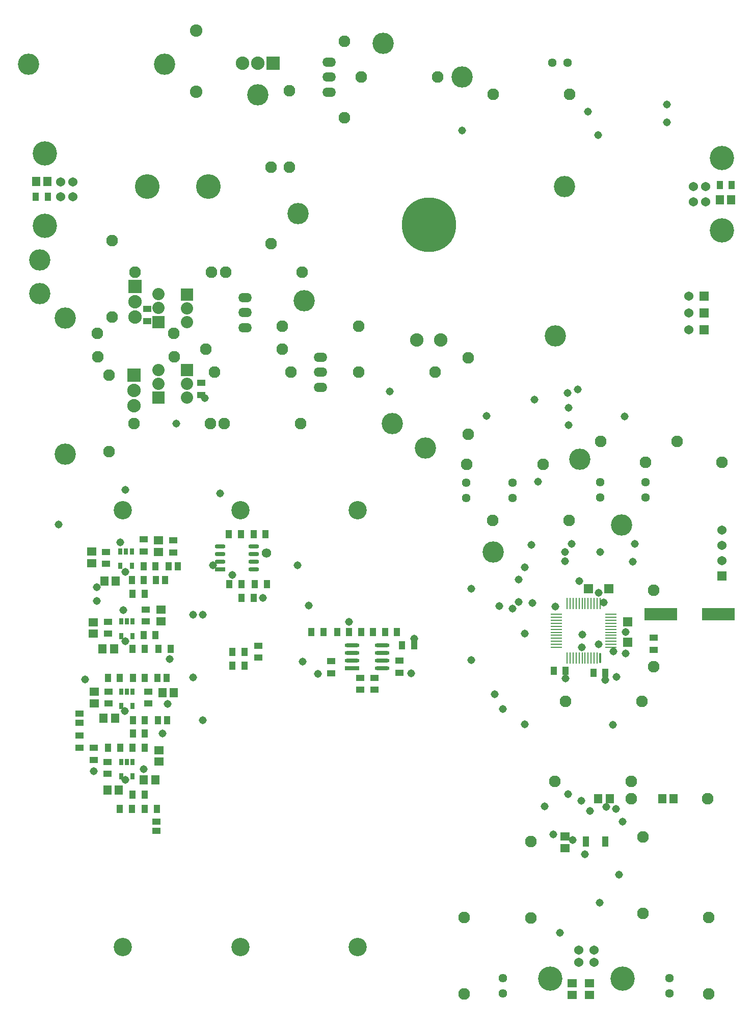
<source format=gbs>
G04 Layer_Color=16711935*
%FSAX24Y24*%
%MOIN*%
G70*
G01*
G75*
%ADD61R,0.0606X0.0528*%
%ADD63R,0.0409X0.0528*%
%ADD64R,0.0528X0.0409*%
%ADD65R,0.0646X0.0646*%
%ADD73C,0.1394*%
%ADD74C,0.0764*%
%ADD75C,0.1394*%
%ADD76C,0.0567*%
%ADD77C,0.0606*%
%ADD78R,0.0606X0.0606*%
%ADD79C,0.1616*%
%ADD80C,0.0882*%
%ADD81O,0.0882X0.0606*%
%ADD82C,0.0803*%
%ADD83R,0.0803X0.0803*%
%ADD84R,0.0882X0.0882*%
%ADD85R,0.0882X0.0882*%
%ADD86C,0.0816*%
%ADD87C,0.0616*%
%ADD88R,0.0606X0.0606*%
%ADD89C,0.1197*%
%ADD90C,0.1591*%
%ADD91C,0.0516*%
%ADD92C,0.3559*%
%ADD93R,0.0724X0.0102*%
%ADD94O,0.0102X0.0724*%
%ADD95R,0.0102X0.0724*%
%ADD96R,0.2181X0.0803*%
%ADD97R,0.0961X0.0252*%
%ADD98O,0.0961X0.0252*%
%ADD99O,0.0705X0.0272*%
%ADD100R,0.0705X0.0272*%
%ADD101R,0.0528X0.0606*%
%ADD102R,0.0252X0.0449*%
%ADD103R,0.0646X0.0646*%
%ADD104R,0.0416X0.0666*%
D61*
X234170Y109626D02*
D03*
Y110374D02*
D03*
X229890Y118006D02*
D03*
Y118754D02*
D03*
X234330Y118816D02*
D03*
Y119564D02*
D03*
X234150Y123356D02*
D03*
Y124104D02*
D03*
X229770Y122616D02*
D03*
Y123364D02*
D03*
X262350Y095124D02*
D03*
Y094376D02*
D03*
X261200D02*
D03*
Y095124D02*
D03*
X229950Y113446D02*
D03*
Y114194D02*
D03*
X260750Y104724D02*
D03*
Y103976D02*
D03*
D63*
X246624Y118090D02*
D03*
X245836D02*
D03*
X244944D02*
D03*
X244156D02*
D03*
X247406D02*
D03*
X248194D02*
D03*
X250874Y117230D02*
D03*
X250086D02*
D03*
X248966Y118100D02*
D03*
X249754D02*
D03*
X239534Y124520D02*
D03*
X238746D02*
D03*
X241164D02*
D03*
X240376D02*
D03*
X238796Y121250D02*
D03*
X239584D02*
D03*
X241244D02*
D03*
X240456D02*
D03*
X240384Y120330D02*
D03*
X239596D02*
D03*
X239784Y115920D02*
D03*
X238996D02*
D03*
X232404Y106550D02*
D03*
X231616D02*
D03*
X233246D02*
D03*
X234034D02*
D03*
X232456Y107470D02*
D03*
X233244D02*
D03*
X231644Y110530D02*
D03*
X230856D02*
D03*
X233244D02*
D03*
X232456D02*
D03*
X232466Y111460D02*
D03*
X233254D02*
D03*
X233264Y112350D02*
D03*
X232476D02*
D03*
X234100D02*
D03*
X234700D02*
D03*
X230836Y115100D02*
D03*
X231624D02*
D03*
X233254D02*
D03*
X232466D02*
D03*
X234690Y115110D02*
D03*
X234090D02*
D03*
X232456Y117020D02*
D03*
X233244D02*
D03*
X234944D02*
D03*
X234156D02*
D03*
X233176Y117910D02*
D03*
X233964D02*
D03*
X232456Y120590D02*
D03*
X233244D02*
D03*
X233194Y121520D02*
D03*
X232406D02*
D03*
X233990Y121510D02*
D03*
X234590D02*
D03*
X233954Y122410D02*
D03*
X233166D02*
D03*
X235410Y122400D02*
D03*
X234810D02*
D03*
X260791Y115575D02*
D03*
X260004D02*
D03*
X239784Y116820D02*
D03*
X238996D02*
D03*
X263391Y115445D02*
D03*
X262604D02*
D03*
X226131Y146557D02*
D03*
X226918D02*
D03*
X271654Y147332D02*
D03*
X270867D02*
D03*
D64*
X266540Y117734D02*
D03*
Y116946D02*
D03*
X245433Y116201D02*
D03*
Y115413D02*
D03*
X247333Y115119D02*
D03*
Y114331D02*
D03*
X248283Y115119D02*
D03*
Y114331D02*
D03*
X249921Y116240D02*
D03*
Y115453D02*
D03*
X240689Y117214D02*
D03*
Y116426D02*
D03*
X230820Y109614D02*
D03*
Y108826D02*
D03*
X234030Y105720D02*
D03*
Y105120D02*
D03*
X229930Y109756D02*
D03*
Y110544D02*
D03*
X228970Y110546D02*
D03*
Y111334D02*
D03*
Y112170D02*
D03*
Y112770D02*
D03*
X230890Y114214D02*
D03*
Y113426D02*
D03*
X233490D02*
D03*
Y114214D02*
D03*
X233300Y119584D02*
D03*
Y118796D02*
D03*
X233170Y124174D02*
D03*
Y123386D02*
D03*
X235130Y124104D02*
D03*
Y123316D02*
D03*
X236950Y133606D02*
D03*
Y134394D02*
D03*
X233400Y138456D02*
D03*
Y139244D02*
D03*
X230700Y123354D02*
D03*
Y122566D02*
D03*
X230840Y118784D02*
D03*
Y117996D02*
D03*
D65*
X264838Y118774D02*
D03*
Y117436D02*
D03*
D73*
X248839Y156604D02*
D03*
X240650Y153250D02*
D03*
X256033Y123346D02*
D03*
X226368Y140256D02*
D03*
Y142451D02*
D03*
X243278Y145463D02*
D03*
X260128Y137470D02*
D03*
X243681Y139783D02*
D03*
X249459Y131752D02*
D03*
X260709Y147250D02*
D03*
X254000Y154400D02*
D03*
X251600Y130150D02*
D03*
X261703Y129419D02*
D03*
X264439Y125098D02*
D03*
D74*
X252400Y154400D02*
D03*
X247400D02*
D03*
X241500Y143500D02*
D03*
Y148500D02*
D03*
X242700Y153500D02*
D03*
Y148500D02*
D03*
X246300Y151750D02*
D03*
Y156750D02*
D03*
X231100Y138700D02*
D03*
Y143700D02*
D03*
X237600Y141650D02*
D03*
X232600D02*
D03*
X238550D02*
D03*
X243550D02*
D03*
X237250Y136600D02*
D03*
X242250D02*
D03*
X232550Y131750D02*
D03*
X237550D02*
D03*
X235157Y137628D02*
D03*
X230157D02*
D03*
X235197Y136093D02*
D03*
X230197D02*
D03*
X230900Y129900D02*
D03*
Y134900D02*
D03*
X265850Y099700D02*
D03*
Y104700D02*
D03*
X258500Y099400D02*
D03*
Y104400D02*
D03*
X270079Y107200D02*
D03*
X265079D02*
D03*
X265796Y113589D02*
D03*
X260796D02*
D03*
X261000Y125410D02*
D03*
X256000D02*
D03*
X259321Y129085D02*
D03*
X254321D02*
D03*
X271004Y129203D02*
D03*
X266004D02*
D03*
X268071Y130561D02*
D03*
X263071D02*
D03*
X254400Y136050D02*
D03*
Y131050D02*
D03*
X266548Y115825D02*
D03*
Y120825D02*
D03*
X247250Y138100D02*
D03*
X242250D02*
D03*
X247250Y135100D02*
D03*
X252250D02*
D03*
X237800D02*
D03*
X242800D02*
D03*
X238450Y131750D02*
D03*
X243450D02*
D03*
X261043Y153268D02*
D03*
X256043D02*
D03*
X265079Y108350D02*
D03*
X260079D02*
D03*
X254150Y099450D02*
D03*
Y094450D02*
D03*
X270150Y099450D02*
D03*
Y094450D02*
D03*
D75*
X228050Y129750D02*
D03*
Y138648D02*
D03*
X234550Y155250D02*
D03*
X225652D02*
D03*
D76*
X254291Y126880D02*
D03*
Y127880D02*
D03*
X266014Y126900D02*
D03*
Y127900D02*
D03*
X263061Y127890D02*
D03*
Y126890D02*
D03*
X257309Y127859D02*
D03*
Y126859D02*
D03*
X259915Y155325D02*
D03*
X260915D02*
D03*
X256689Y094469D02*
D03*
Y095469D02*
D03*
X267589D02*
D03*
Y094469D02*
D03*
D77*
X268861Y140082D02*
D03*
X271004Y122772D02*
D03*
Y123772D02*
D03*
Y124772D02*
D03*
X269939Y147226D02*
D03*
Y146242D02*
D03*
X269152D02*
D03*
Y147226D02*
D03*
X227763Y146558D02*
D03*
Y147542D02*
D03*
X228550D02*
D03*
Y146558D02*
D03*
X262642Y096513D02*
D03*
X261658D02*
D03*
Y097300D02*
D03*
X262642D02*
D03*
X268862Y137874D02*
D03*
Y138976D02*
D03*
D78*
X269861Y140082D02*
D03*
X269862Y137874D02*
D03*
Y138976D02*
D03*
D79*
X237400Y147250D02*
D03*
X233400D02*
D03*
D80*
X252625Y137190D02*
D03*
X251050D02*
D03*
X239650Y155300D02*
D03*
X240650D02*
D03*
X232600Y138700D02*
D03*
Y139700D02*
D03*
X232550Y132900D02*
D03*
Y133900D02*
D03*
D81*
X239800Y139984D02*
D03*
Y139000D02*
D03*
Y138016D02*
D03*
X244750Y136084D02*
D03*
Y135100D02*
D03*
Y134116D02*
D03*
X245300Y153416D02*
D03*
Y154400D02*
D03*
Y155384D02*
D03*
D82*
X234150Y140193D02*
D03*
Y139291D02*
D03*
X236000Y138386D02*
D03*
Y139288D02*
D03*
Y133447D02*
D03*
Y134348D02*
D03*
X234150Y135253D02*
D03*
Y134352D02*
D03*
D83*
Y138389D02*
D03*
X236000Y140189D02*
D03*
Y135250D02*
D03*
X234150Y133450D02*
D03*
D84*
X241650Y155300D02*
D03*
D85*
X232600Y140700D02*
D03*
X232550Y134900D02*
D03*
D86*
X236600Y157450D02*
D03*
Y153450D02*
D03*
D87*
X241211Y123258D02*
D03*
D88*
X271004Y121772D02*
D03*
D89*
X247185Y126064D02*
D03*
X239508D02*
D03*
X231831D02*
D03*
X239508Y097521D02*
D03*
X247185D02*
D03*
X231831D02*
D03*
D90*
X271002Y149096D02*
D03*
Y144372D02*
D03*
X226700Y144688D02*
D03*
Y149412D02*
D03*
X264512Y095450D02*
D03*
X259788D02*
D03*
D91*
X237185Y133396D02*
D03*
X254006Y150906D02*
D03*
X238190Y127180D02*
D03*
X243260Y122460D02*
D03*
X249275Y133845D02*
D03*
X237040Y112350D02*
D03*
Y119240D02*
D03*
X236410Y115140D02*
D03*
X236420Y119230D02*
D03*
X230120Y120130D02*
D03*
X230130Y121040D02*
D03*
X229360Y115020D02*
D03*
X233190Y109150D02*
D03*
X234740Y113400D02*
D03*
X234420Y111460D02*
D03*
X234870Y116330D02*
D03*
X229930Y109000D02*
D03*
X231968Y108430D02*
D03*
X231970Y117490D02*
D03*
X231967Y122047D02*
D03*
X258760Y133320D02*
D03*
X260980Y131640D02*
D03*
X260971Y132760D02*
D03*
X261570Y133970D02*
D03*
X264650Y132190D02*
D03*
X259420Y106700D02*
D03*
X260130Y119780D02*
D03*
X261671Y121449D02*
D03*
X264710Y116710D02*
D03*
X264726Y118099D02*
D03*
X262942Y120660D02*
D03*
X255600Y132250D02*
D03*
X267400Y151450D02*
D03*
X262900Y150600D02*
D03*
X267400Y152600D02*
D03*
X262250Y152150D02*
D03*
X235300Y131750D02*
D03*
X260400Y098450D02*
D03*
X263031Y100394D02*
D03*
X262047Y103583D02*
D03*
X264074Y106550D02*
D03*
X261811Y107087D02*
D03*
X260944Y107519D02*
D03*
X259975Y104880D02*
D03*
X264291Y102244D02*
D03*
X264528Y105709D02*
D03*
X262936Y117320D02*
D03*
X261843Y117122D02*
D03*
X231634Y123976D02*
D03*
X231832Y119553D02*
D03*
X256673Y113061D02*
D03*
X258986Y127943D02*
D03*
X243996Y119852D02*
D03*
X243593Y116181D02*
D03*
X254606Y116289D02*
D03*
X254626Y120945D02*
D03*
X238968Y121856D02*
D03*
X244587Y115384D02*
D03*
X250669Y115394D02*
D03*
X258100Y112057D02*
D03*
X263888Y112047D02*
D03*
X257313Y119626D02*
D03*
X256457Y119823D02*
D03*
X263061Y123356D02*
D03*
X260738D02*
D03*
X258120Y122343D02*
D03*
X258130Y117992D02*
D03*
X257717Y120089D02*
D03*
X257717Y121555D02*
D03*
X260738Y122736D02*
D03*
X265197Y122717D02*
D03*
X265305Y123888D02*
D03*
X261181Y123878D02*
D03*
X258602Y120020D02*
D03*
X258543Y123819D02*
D03*
X260797Y115069D02*
D03*
X256142Y114026D02*
D03*
X240984Y120335D02*
D03*
X250876Y117657D02*
D03*
X262372Y106417D02*
D03*
X260915Y133730D02*
D03*
X261870Y117953D02*
D03*
X264124Y115187D02*
D03*
X263458Y106669D02*
D03*
X261263Y104523D02*
D03*
X263287Y120049D02*
D03*
X263927Y116831D02*
D03*
X263396Y114970D02*
D03*
X231949Y112933D02*
D03*
X246604Y118780D02*
D03*
X237717Y122470D02*
D03*
X231978Y127412D02*
D03*
X227618Y125148D02*
D03*
D92*
X251837Y144749D02*
D03*
D93*
X263738Y119268D02*
D03*
Y119071D02*
D03*
Y118875D02*
D03*
Y118678D02*
D03*
Y118481D02*
D03*
Y118284D02*
D03*
Y118087D02*
D03*
Y117890D02*
D03*
Y117694D02*
D03*
Y117497D02*
D03*
Y117300D02*
D03*
Y117103D02*
D03*
X260195D02*
D03*
Y117300D02*
D03*
Y117497D02*
D03*
Y117694D02*
D03*
Y117890D02*
D03*
Y118087D02*
D03*
Y118284D02*
D03*
Y118481D02*
D03*
Y118678D02*
D03*
Y118875D02*
D03*
Y119071D02*
D03*
Y119268D02*
D03*
D94*
X263049Y116414D02*
D03*
D95*
X262852D02*
D03*
X262655D02*
D03*
X262458D02*
D03*
X262262D02*
D03*
X262065D02*
D03*
X261868D02*
D03*
X261671D02*
D03*
X261474D02*
D03*
X261277D02*
D03*
X261080D02*
D03*
X260884D02*
D03*
Y119957D02*
D03*
X261080D02*
D03*
X261277D02*
D03*
X261474D02*
D03*
X261671D02*
D03*
X261868D02*
D03*
X262065D02*
D03*
X262262D02*
D03*
X262458D02*
D03*
X262655D02*
D03*
X262852D02*
D03*
X263049D02*
D03*
D96*
X270768Y119275D02*
D03*
X267028D02*
D03*
D97*
X246826Y115750D02*
D03*
D98*
Y116250D02*
D03*
Y116750D02*
D03*
Y117250D02*
D03*
X248794Y115750D02*
D03*
Y116250D02*
D03*
Y116750D02*
D03*
Y117250D02*
D03*
D99*
X240395Y123720D02*
D03*
Y123220D02*
D03*
Y122720D02*
D03*
Y122220D02*
D03*
X238190Y123720D02*
D03*
Y123220D02*
D03*
Y122720D02*
D03*
D100*
Y122220D02*
D03*
D101*
X231554Y107780D02*
D03*
X230806D02*
D03*
X233944Y108430D02*
D03*
X233196D02*
D03*
X230556Y112470D02*
D03*
X231304D02*
D03*
X234406Y114140D02*
D03*
X235154D02*
D03*
X230496Y116990D02*
D03*
X231244D02*
D03*
X230616Y121440D02*
D03*
X231364D02*
D03*
X226150Y147557D02*
D03*
X226898D02*
D03*
X267106Y107205D02*
D03*
X267854D02*
D03*
X263674Y107194D02*
D03*
X262926D02*
D03*
X271614Y146368D02*
D03*
X270866D02*
D03*
D102*
X231716Y118796D02*
D03*
X232090D02*
D03*
X232464D02*
D03*
Y117851D02*
D03*
X231716D02*
D03*
Y114209D02*
D03*
X232090D02*
D03*
X232464D02*
D03*
Y113264D02*
D03*
X231716D02*
D03*
Y109622D02*
D03*
X232090D02*
D03*
X232464D02*
D03*
Y108678D02*
D03*
X231716D02*
D03*
X231656Y123382D02*
D03*
X232030D02*
D03*
X232404D02*
D03*
Y122438D02*
D03*
X231656D02*
D03*
D103*
X262278Y120925D02*
D03*
X263617D02*
D03*
D104*
X262125Y104400D02*
D03*
X263375D02*
D03*
M02*

</source>
